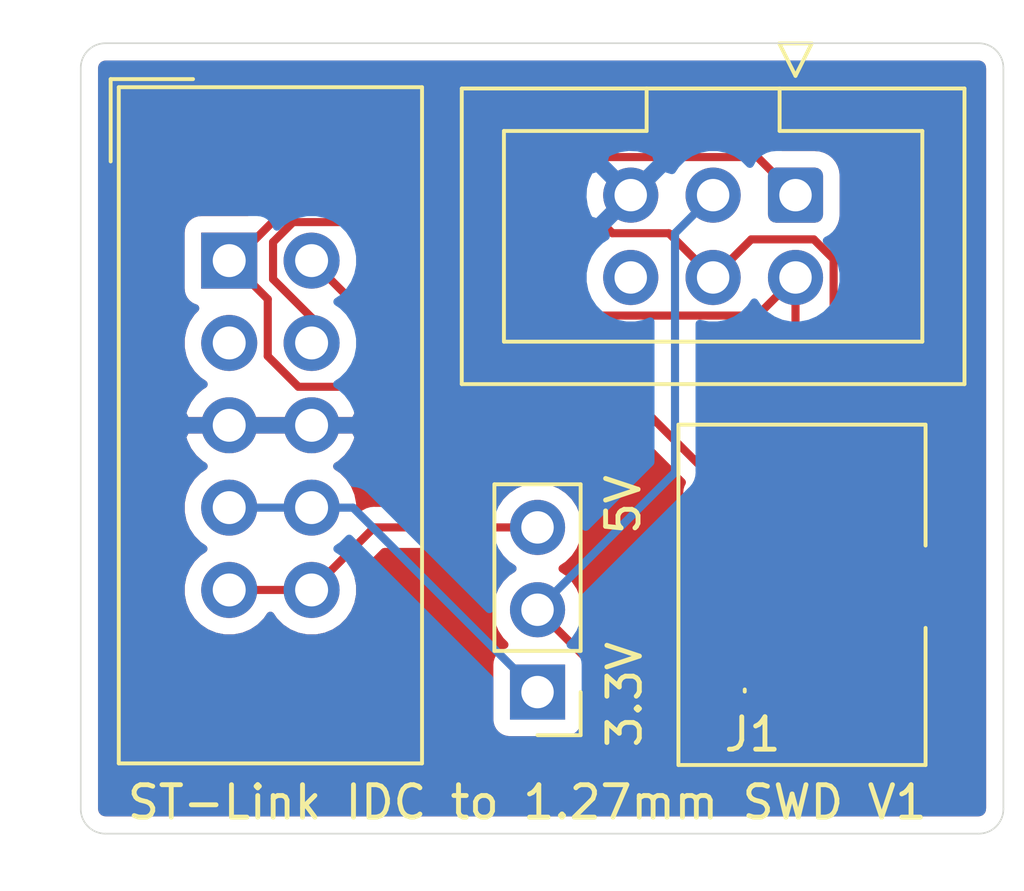
<source format=kicad_pcb>
(kicad_pcb (version 20171130) (host pcbnew "(5.1.6)-1")

  (general
    (thickness 1.6)
    (drawings 11)
    (tracks 45)
    (zones 0)
    (modules 4)
    (nets 13)
  )

  (page A4)
  (layers
    (0 F.Cu signal)
    (31 B.Cu signal)
    (32 B.Adhes user)
    (33 F.Adhes user)
    (34 B.Paste user)
    (35 F.Paste user)
    (36 B.SilkS user)
    (37 F.SilkS user)
    (38 B.Mask user)
    (39 F.Mask user)
    (40 Dwgs.User user hide)
    (41 Cmts.User user)
    (42 Eco1.User user)
    (43 Eco2.User user)
    (44 Edge.Cuts user)
    (45 Margin user)
    (46 B.CrtYd user)
    (47 F.CrtYd user)
    (48 B.Fab user)
    (49 F.Fab user hide)
  )

  (setup
    (last_trace_width 0.25)
    (trace_clearance 0.2)
    (zone_clearance 0.508)
    (zone_45_only no)
    (trace_min 0.2)
    (via_size 0.8)
    (via_drill 0.4)
    (via_min_size 0.4)
    (via_min_drill 0.3)
    (uvia_size 0.3)
    (uvia_drill 0.1)
    (uvias_allowed no)
    (uvia_min_size 0.2)
    (uvia_min_drill 0.1)
    (edge_width 0.05)
    (segment_width 0.2)
    (pcb_text_width 0.3)
    (pcb_text_size 1.5 1.5)
    (mod_edge_width 0.12)
    (mod_text_size 1 1)
    (mod_text_width 0.15)
    (pad_size 1.524 1.524)
    (pad_drill 0.762)
    (pad_to_mask_clearance 0.051)
    (solder_mask_min_width 0.25)
    (aux_axis_origin 0 0)
    (visible_elements 7FFFFFFF)
    (pcbplotparams
      (layerselection 0x010fc_ffffffff)
      (usegerberextensions false)
      (usegerberattributes false)
      (usegerberadvancedattributes false)
      (creategerberjobfile false)
      (excludeedgelayer true)
      (linewidth 0.100000)
      (plotframeref false)
      (viasonmask false)
      (mode 1)
      (useauxorigin false)
      (hpglpennumber 1)
      (hpglpenspeed 20)
      (hpglpendiameter 15.000000)
      (psnegative false)
      (psa4output false)
      (plotreference true)
      (plotvalue true)
      (plotinvisibletext false)
      (padsonsilk false)
      (subtractmaskfromsilk false)
      (outputformat 1)
      (mirror false)
      (drillshape 0)
      (scaleselection 1)
      (outputdirectory "Gerbers/"))
  )

  (net 0 "")
  (net 1 "Net-(J1-Pad6)")
  (net 2 "Net-(J1-Pad7)")
  (net 3 "Net-(J1-Pad8)")
  (net 4 VIN)
  (net 5 SWDIO)
  (net 6 GND)
  (net 7 SWCLK)
  (net 8 RESET)
  (net 9 +3V3)
  (net 10 +5V)
  (net 11 "Net-(J3-Pad3)")
  (net 12 "Net-(J4-Pad6)")

  (net_class Default "This is the default net class."
    (clearance 0.2)
    (trace_width 0.25)
    (via_dia 0.8)
    (via_drill 0.4)
    (uvia_dia 0.3)
    (uvia_drill 0.1)
    (add_net +3V3)
    (add_net +5V)
    (add_net GND)
    (add_net "Net-(J1-Pad6)")
    (add_net "Net-(J1-Pad7)")
    (add_net "Net-(J1-Pad8)")
    (add_net "Net-(J3-Pad3)")
    (add_net "Net-(J4-Pad6)")
    (add_net RESET)
    (add_net SWCLK)
    (add_net SWDIO)
    (add_net VIN)
  )

  (module UsefulModifications:JTAG_SWD_SMD (layer F.Cu) (tedit 60CD2119) (tstamp 6174A944)
    (at 143.65 74.17 180)
    (descr "surface-mounted straight pin header, 2x05, 1.27mm pitch, double rows")
    (tags "Surface mounted pin header SMD 2x05 1.27mm double row")
    (path /617455BF)
    (attr smd)
    (fp_text reference J1 (at 1.524 -4.55676) (layer F.SilkS)
      (effects (font (size 1 1) (thickness 0.15)))
    )
    (fp_text value Conn_ARM_JTAG_SWD_10 (at 0 4.235) (layer F.Fab)
      (effects (font (size 1 1) (thickness 0.15)))
    )
    (fp_line (start -3.81 -5.5) (end -3.81 -1.27) (layer F.SilkS) (width 0.12))
    (fp_line (start -3.81 5) (end -3.81 1.27) (layer F.SilkS) (width 0.12))
    (fp_line (start 3.81 -5.5) (end 3.81 5) (layer F.SilkS) (width 0.12))
    (fp_line (start 1.705 3.175) (end -1.705 3.175) (layer F.Fab) (width 0.1))
    (fp_line (start -1.27 -3.175) (end 1.705 -3.175) (layer F.Fab) (width 0.1))
    (fp_line (start -1.705 3.175) (end -1.705 -2.74) (layer F.Fab) (width 0.1))
    (fp_line (start -1.705 -2.74) (end -1.27 -3.175) (layer F.Fab) (width 0.1))
    (fp_line (start 1.705 -3.175) (end 1.705 3.175) (layer F.Fab) (width 0.1))
    (fp_line (start -1.705 -2.74) (end -2.75 -2.74) (layer F.Fab) (width 0.1))
    (fp_line (start -2.75 -2.74) (end -2.75 -2.34) (layer F.Fab) (width 0.1))
    (fp_line (start -2.75 -2.34) (end -1.705 -2.34) (layer F.Fab) (width 0.1))
    (fp_line (start 1.705 -2.74) (end 2.75 -2.74) (layer F.Fab) (width 0.1))
    (fp_line (start 2.75 -2.74) (end 2.75 -2.34) (layer F.Fab) (width 0.1))
    (fp_line (start 2.75 -2.34) (end 1.705 -2.34) (layer F.Fab) (width 0.1))
    (fp_line (start -1.705 -1.47) (end -2.75 -1.47) (layer F.Fab) (width 0.1))
    (fp_line (start -2.75 -1.47) (end -2.75 -1.07) (layer F.Fab) (width 0.1))
    (fp_line (start -2.75 -1.07) (end -1.705 -1.07) (layer F.Fab) (width 0.1))
    (fp_line (start 1.705 -1.47) (end 2.75 -1.47) (layer F.Fab) (width 0.1))
    (fp_line (start 2.75 -1.47) (end 2.75 -1.07) (layer F.Fab) (width 0.1))
    (fp_line (start 2.75 -1.07) (end 1.705 -1.07) (layer F.Fab) (width 0.1))
    (fp_line (start -1.705 -0.2) (end -2.75 -0.2) (layer F.Fab) (width 0.1))
    (fp_line (start -2.75 -0.2) (end -2.75 0.2) (layer F.Fab) (width 0.1))
    (fp_line (start -2.75 0.2) (end -1.705 0.2) (layer F.Fab) (width 0.1))
    (fp_line (start 1.705 -0.2) (end 2.75 -0.2) (layer F.Fab) (width 0.1))
    (fp_line (start 2.75 -0.2) (end 2.75 0.2) (layer F.Fab) (width 0.1))
    (fp_line (start 2.75 0.2) (end 1.705 0.2) (layer F.Fab) (width 0.1))
    (fp_line (start -1.705 1.07) (end -2.75 1.07) (layer F.Fab) (width 0.1))
    (fp_line (start -2.75 1.07) (end -2.75 1.47) (layer F.Fab) (width 0.1))
    (fp_line (start -2.75 1.47) (end -1.705 1.47) (layer F.Fab) (width 0.1))
    (fp_line (start 1.705 1.07) (end 2.75 1.07) (layer F.Fab) (width 0.1))
    (fp_line (start 2.75 1.07) (end 2.75 1.47) (layer F.Fab) (width 0.1))
    (fp_line (start 2.75 1.47) (end 1.705 1.47) (layer F.Fab) (width 0.1))
    (fp_line (start -1.705 2.34) (end -2.75 2.34) (layer F.Fab) (width 0.1))
    (fp_line (start -2.75 2.34) (end -2.75 2.74) (layer F.Fab) (width 0.1))
    (fp_line (start -2.75 2.74) (end -1.705 2.74) (layer F.Fab) (width 0.1))
    (fp_line (start 1.705 2.34) (end 2.75 2.34) (layer F.Fab) (width 0.1))
    (fp_line (start 2.75 2.34) (end 2.75 2.74) (layer F.Fab) (width 0.1))
    (fp_line (start 2.75 2.74) (end 1.705 2.74) (layer F.Fab) (width 0.1))
    (fp_line (start -3.81 -5.5) (end 3.81 -5.5) (layer F.SilkS) (width 0.12))
    (fp_line (start -3.81 5) (end 3.81 5) (layer F.SilkS) (width 0.12))
    (fp_line (start 1.765 -3.235) (end 1.765 -3.17) (layer F.SilkS) (width 0.12))
    (fp_line (start -4.3 -6) (end -4.3 5.5) (layer F.CrtYd) (width 0.05))
    (fp_line (start -4.3 5.5) (end 4.3 5.5) (layer F.CrtYd) (width 0.05))
    (fp_line (start 4.3 5.5) (end 4.3 -6) (layer F.CrtYd) (width 0.05))
    (fp_line (start 4.3 -6) (end -4.3 -6) (layer F.CrtYd) (width 0.05))
    (fp_text user %R (at 0 0 90) (layer F.Fab)
      (effects (font (size 1 1) (thickness 0.15)))
    )
    (pad 1 smd rect (at -1.95 -2.54 180) (size 2.4 0.74) (layers F.Cu F.Paste F.Mask)
      (net 4 VIN))
    (pad 2 smd rect (at 1.95 -2.54 180) (size 2.4 0.74) (layers F.Cu F.Paste F.Mask)
      (net 5 SWDIO))
    (pad 3 smd rect (at -1.95 -1.27 180) (size 2.4 0.74) (layers F.Cu F.Paste F.Mask)
      (net 6 GND))
    (pad 4 smd rect (at 1.95 -1.27 180) (size 2.4 0.74) (layers F.Cu F.Paste F.Mask)
      (net 7 SWCLK))
    (pad 5 smd rect (at -1.95 0 180) (size 2.4 0.74) (layers F.Cu F.Paste F.Mask)
      (net 6 GND))
    (pad 6 smd rect (at 1.95 0 180) (size 2.4 0.74) (layers F.Cu F.Paste F.Mask)
      (net 1 "Net-(J1-Pad6)"))
    (pad 7 smd rect (at -1.95 1.27 180) (size 2.4 0.74) (layers F.Cu F.Paste F.Mask)
      (net 2 "Net-(J1-Pad7)"))
    (pad 8 smd rect (at 1.95 1.27 180) (size 2.4 0.74) (layers F.Cu F.Paste F.Mask)
      (net 3 "Net-(J1-Pad8)"))
    (pad 9 smd rect (at -1.95 2.54 180) (size 2.4 0.74) (layers F.Cu F.Paste F.Mask)
      (net 6 GND))
    (pad 10 smd rect (at 1.95 2.54 180) (size 2.4 0.74) (layers F.Cu F.Paste F.Mask)
      (net 8 RESET))
    (model ${KISYS3DMOD}/Connector_PinHeader_1.27mm.3dshapes/PinHeader_2x05_P1.27mm_Vertical_SMD.wrl
      (at (xyz 0 0 0))
      (scale (xyz 1 1 1))
      (rotate (xyz 0 0 0))
    )
  )

  (module Connector_PinHeader_2.54mm:PinHeader_1x03_P2.54mm_Vertical (layer F.Cu) (tedit 59FED5CC) (tstamp 61976713)
    (at 135.4959 77.4204 180)
    (descr "Through hole straight pin header, 1x03, 2.54mm pitch, single row")
    (tags "Through hole pin header THT 1x03 2.54mm single row")
    (path /6174C88A)
    (fp_text reference J2 (at 2.9972 3.9116) (layer Dwgs.User)
      (effects (font (size 1 1) (thickness 0.15)))
    )
    (fp_text value Conn_01x03_Female (at 0 7.41) (layer F.Fab)
      (effects (font (size 1 1) (thickness 0.15)))
    )
    (fp_line (start 1.8 -1.8) (end -1.8 -1.8) (layer F.CrtYd) (width 0.05))
    (fp_line (start 1.8 6.85) (end 1.8 -1.8) (layer F.CrtYd) (width 0.05))
    (fp_line (start -1.8 6.85) (end 1.8 6.85) (layer F.CrtYd) (width 0.05))
    (fp_line (start -1.8 -1.8) (end -1.8 6.85) (layer F.CrtYd) (width 0.05))
    (fp_line (start -1.33 -1.33) (end 0 -1.33) (layer F.SilkS) (width 0.12))
    (fp_line (start -1.33 0) (end -1.33 -1.33) (layer F.SilkS) (width 0.12))
    (fp_line (start -1.33 1.27) (end 1.33 1.27) (layer F.SilkS) (width 0.12))
    (fp_line (start 1.33 1.27) (end 1.33 6.41) (layer F.SilkS) (width 0.12))
    (fp_line (start -1.33 1.27) (end -1.33 6.41) (layer F.SilkS) (width 0.12))
    (fp_line (start -1.33 6.41) (end 1.33 6.41) (layer F.SilkS) (width 0.12))
    (fp_line (start -1.27 -0.635) (end -0.635 -1.27) (layer F.Fab) (width 0.1))
    (fp_line (start -1.27 6.35) (end -1.27 -0.635) (layer F.Fab) (width 0.1))
    (fp_line (start 1.27 6.35) (end -1.27 6.35) (layer F.Fab) (width 0.1))
    (fp_line (start 1.27 -1.27) (end 1.27 6.35) (layer F.Fab) (width 0.1))
    (fp_line (start -0.635 -1.27) (end 1.27 -1.27) (layer F.Fab) (width 0.1))
    (fp_text user %R (at 0 2.54 90) (layer F.Fab)
      (effects (font (size 1 1) (thickness 0.15)))
    )
    (pad 1 thru_hole rect (at 0 0 180) (size 1.7 1.7) (drill 1) (layers *.Cu *.Mask)
      (net 9 +3V3))
    (pad 2 thru_hole oval (at 0 2.54 180) (size 1.7 1.7) (drill 1) (layers *.Cu *.Mask)
      (net 4 VIN))
    (pad 3 thru_hole oval (at 0 5.08 180) (size 1.7 1.7) (drill 1) (layers *.Cu *.Mask)
      (net 10 +5V))
    (model ${KISYS3DMOD}/Connector_PinHeader_2.54mm.3dshapes/PinHeader_1x03_P2.54mm_Vertical.wrl
      (at (xyz 0 0 0))
      (scale (xyz 1 1 1))
      (rotate (xyz 0 0 0))
    )
  )

  (module Connector_IDC:IDC-Header_2x05_P2.54mm_Vertical (layer F.Cu) (tedit 59DE0611) (tstamp 6174A3F5)
    (at 125.99 64.11)
    (descr "Through hole straight IDC box header, 2x05, 2.54mm pitch, double rows")
    (tags "Through hole IDC box header THT 2x05 2.54mm double row")
    (path /61748579)
    (fp_text reference J3 (at 3.6068 -2.794) (layer Dwgs.User)
      (effects (font (size 1 1) (thickness 0.15)))
    )
    (fp_text value ST-Link_IDC (at 1.27 16.764) (layer F.Fab)
      (effects (font (size 1 1) (thickness 0.15)))
    )
    (fp_line (start -3.655 -5.6) (end -1.115 -5.6) (layer F.SilkS) (width 0.12))
    (fp_line (start -3.655 -5.6) (end -3.655 -3.06) (layer F.SilkS) (width 0.12))
    (fp_line (start -3.405 -5.35) (end 5.945 -5.35) (layer F.SilkS) (width 0.12))
    (fp_line (start -3.405 15.51) (end -3.405 -5.35) (layer F.SilkS) (width 0.12))
    (fp_line (start 5.945 15.51) (end -3.405 15.51) (layer F.SilkS) (width 0.12))
    (fp_line (start 5.945 -5.35) (end 5.945 15.51) (layer F.SilkS) (width 0.12))
    (fp_line (start -3.41 -5.35) (end 5.95 -5.35) (layer F.CrtYd) (width 0.05))
    (fp_line (start -3.41 15.51) (end -3.41 -5.35) (layer F.CrtYd) (width 0.05))
    (fp_line (start 5.95 15.51) (end -3.41 15.51) (layer F.CrtYd) (width 0.05))
    (fp_line (start 5.95 -5.35) (end 5.95 15.51) (layer F.CrtYd) (width 0.05))
    (fp_line (start -3.155 15.26) (end -2.605 14.7) (layer F.Fab) (width 0.1))
    (fp_line (start -3.155 -5.1) (end -2.605 -4.56) (layer F.Fab) (width 0.1))
    (fp_line (start 5.695 15.26) (end 5.145 14.7) (layer F.Fab) (width 0.1))
    (fp_line (start 5.695 -5.1) (end 5.145 -4.56) (layer F.Fab) (width 0.1))
    (fp_line (start 5.145 14.7) (end -2.605 14.7) (layer F.Fab) (width 0.1))
    (fp_line (start 5.695 15.26) (end -3.155 15.26) (layer F.Fab) (width 0.1))
    (fp_line (start 5.145 -4.56) (end -2.605 -4.56) (layer F.Fab) (width 0.1))
    (fp_line (start 5.695 -5.1) (end -3.155 -5.1) (layer F.Fab) (width 0.1))
    (fp_line (start -2.605 7.33) (end -3.155 7.33) (layer F.Fab) (width 0.1))
    (fp_line (start -2.605 2.83) (end -3.155 2.83) (layer F.Fab) (width 0.1))
    (fp_line (start -2.605 7.33) (end -2.605 14.7) (layer F.Fab) (width 0.1))
    (fp_line (start -2.605 -4.56) (end -2.605 2.83) (layer F.Fab) (width 0.1))
    (fp_line (start -3.155 -5.1) (end -3.155 15.26) (layer F.Fab) (width 0.1))
    (fp_line (start 5.145 -4.56) (end 5.145 14.7) (layer F.Fab) (width 0.1))
    (fp_line (start 5.695 -5.1) (end 5.695 15.26) (layer F.Fab) (width 0.1))
    (fp_text user %R (at 1.27 5.08) (layer F.Fab)
      (effects (font (size 1 1) (thickness 0.15)))
    )
    (pad 1 thru_hole rect (at 0 0) (size 1.7272 1.7272) (drill 1.016) (layers *.Cu *.Mask)
      (net 8 RESET))
    (pad 2 thru_hole oval (at 2.54 0) (size 1.7272 1.7272) (drill 1.016) (layers *.Cu *.Mask)
      (net 7 SWCLK))
    (pad 3 thru_hole oval (at 0 2.54) (size 1.7272 1.7272) (drill 1.016) (layers *.Cu *.Mask)
      (net 11 "Net-(J3-Pad3)"))
    (pad 4 thru_hole oval (at 2.54 2.54) (size 1.7272 1.7272) (drill 1.016) (layers *.Cu *.Mask)
      (net 5 SWDIO))
    (pad 5 thru_hole oval (at 0 5.08) (size 1.7272 1.7272) (drill 1.016) (layers *.Cu *.Mask)
      (net 6 GND))
    (pad 6 thru_hole oval (at 2.54 5.08) (size 1.7272 1.7272) (drill 1.016) (layers *.Cu *.Mask)
      (net 6 GND))
    (pad 7 thru_hole oval (at 0 7.62) (size 1.7272 1.7272) (drill 1.016) (layers *.Cu *.Mask)
      (net 9 +3V3))
    (pad 8 thru_hole oval (at 2.54 7.62) (size 1.7272 1.7272) (drill 1.016) (layers *.Cu *.Mask)
      (net 9 +3V3))
    (pad 9 thru_hole oval (at 0 10.16) (size 1.7272 1.7272) (drill 1.016) (layers *.Cu *.Mask)
      (net 10 +5V))
    (pad 10 thru_hole oval (at 2.54 10.16) (size 1.7272 1.7272) (drill 1.016) (layers *.Cu *.Mask)
      (net 10 +5V))
    (model ${KISYS3DMOD}/Connector_IDC.3dshapes/IDC-Header_2x05_P2.54mm_Vertical.wrl
      (at (xyz 0 0 0))
      (scale (xyz 1 1 1))
      (rotate (xyz 0 0 0))
    )
  )

  (module Connector_IDC:IDC-Header_2x03_P2.54mm_Vertical (layer F.Cu) (tedit 5EAC9A07) (tstamp 619765FD)
    (at 143.45 62.09 270)
    (descr "Through hole IDC box header, 2x03, 2.54mm pitch, DIN 41651 / IEC 60603-13, double rows, https://docs.google.com/spreadsheets/d/16SsEcesNF15N3Lb4niX7dcUr-NY5_MFPQhobNuNppn4/edit#gid=0")
    (tags "Through hole vertical IDC box header THT 2x03 2.54mm double row")
    (path /61972078)
    (fp_text reference J4 (at 1.27 -6.1 90) (layer Dwgs.User)
      (effects (font (size 1 1) (thickness 0.15)))
    )
    (fp_text value Conn_02x03_Odd_Even (at 1.27 11.18 90) (layer F.Fab)
      (effects (font (size 1 1) (thickness 0.15)))
    )
    (fp_line (start 6.22 -5.6) (end -3.68 -5.6) (layer F.CrtYd) (width 0.05))
    (fp_line (start 6.22 10.69) (end 6.22 -5.6) (layer F.CrtYd) (width 0.05))
    (fp_line (start -3.68 10.69) (end 6.22 10.69) (layer F.CrtYd) (width 0.05))
    (fp_line (start -3.68 -5.6) (end -3.68 10.69) (layer F.CrtYd) (width 0.05))
    (fp_line (start -4.68 0.5) (end -3.68 0) (layer F.SilkS) (width 0.12))
    (fp_line (start -4.68 -0.5) (end -4.68 0.5) (layer F.SilkS) (width 0.12))
    (fp_line (start -3.68 0) (end -4.68 -0.5) (layer F.SilkS) (width 0.12))
    (fp_line (start -1.98 4.59) (end -3.29 4.59) (layer F.SilkS) (width 0.12))
    (fp_line (start -1.98 4.59) (end -1.98 4.59) (layer F.SilkS) (width 0.12))
    (fp_line (start -1.98 8.99) (end -1.98 4.59) (layer F.SilkS) (width 0.12))
    (fp_line (start 4.52 8.99) (end -1.98 8.99) (layer F.SilkS) (width 0.12))
    (fp_line (start 4.52 -3.91) (end 4.52 8.99) (layer F.SilkS) (width 0.12))
    (fp_line (start -1.98 -3.91) (end 4.52 -3.91) (layer F.SilkS) (width 0.12))
    (fp_line (start -1.98 0.49) (end -1.98 -3.91) (layer F.SilkS) (width 0.12))
    (fp_line (start -3.29 0.49) (end -1.98 0.49) (layer F.SilkS) (width 0.12))
    (fp_line (start -3.29 10.29) (end -3.29 -5.21) (layer F.SilkS) (width 0.12))
    (fp_line (start 5.83 10.29) (end -3.29 10.29) (layer F.SilkS) (width 0.12))
    (fp_line (start 5.83 -5.21) (end 5.83 10.29) (layer F.SilkS) (width 0.12))
    (fp_line (start -3.29 -5.21) (end 5.83 -5.21) (layer F.SilkS) (width 0.12))
    (fp_line (start -1.98 4.59) (end -3.18 4.59) (layer F.Fab) (width 0.1))
    (fp_line (start -1.98 4.59) (end -1.98 4.59) (layer F.Fab) (width 0.1))
    (fp_line (start -1.98 8.99) (end -1.98 4.59) (layer F.Fab) (width 0.1))
    (fp_line (start 4.52 8.99) (end -1.98 8.99) (layer F.Fab) (width 0.1))
    (fp_line (start 4.52 -3.91) (end 4.52 8.99) (layer F.Fab) (width 0.1))
    (fp_line (start -1.98 -3.91) (end 4.52 -3.91) (layer F.Fab) (width 0.1))
    (fp_line (start -1.98 0.49) (end -1.98 -3.91) (layer F.Fab) (width 0.1))
    (fp_line (start -3.18 0.49) (end -1.98 0.49) (layer F.Fab) (width 0.1))
    (fp_line (start -3.18 10.18) (end -3.18 -4.1) (layer F.Fab) (width 0.1))
    (fp_line (start 5.72 10.18) (end -3.18 10.18) (layer F.Fab) (width 0.1))
    (fp_line (start 5.72 -5.1) (end 5.72 10.18) (layer F.Fab) (width 0.1))
    (fp_line (start -2.18 -5.1) (end 5.72 -5.1) (layer F.Fab) (width 0.1))
    (fp_line (start -3.18 -4.1) (end -2.18 -5.1) (layer F.Fab) (width 0.1))
    (fp_text user %R (at 1.27 2.54) (layer F.Fab)
      (effects (font (size 1 1) (thickness 0.15)))
    )
    (pad 1 thru_hole roundrect (at 0 0 270) (size 1.7 1.7) (drill 1) (layers *.Cu *.Mask) (roundrect_rratio 0.147059)
      (net 8 RESET))
    (pad 3 thru_hole circle (at 0 2.54 270) (size 1.7 1.7) (drill 1) (layers *.Cu *.Mask)
      (net 4 VIN))
    (pad 5 thru_hole circle (at 0 5.08 270) (size 1.7 1.7) (drill 1) (layers *.Cu *.Mask)
      (net 6 GND))
    (pad 2 thru_hole circle (at 2.54 0 270) (size 1.7 1.7) (drill 1) (layers *.Cu *.Mask)
      (net 7 SWCLK))
    (pad 4 thru_hole circle (at 2.54 2.54 270) (size 1.7 1.7) (drill 1) (layers *.Cu *.Mask)
      (net 5 SWDIO))
    (pad 6 thru_hole circle (at 2.54 5.08 270) (size 1.7 1.7) (drill 1) (layers *.Cu *.Mask)
      (net 12 "Net-(J4-Pad6)"))
    (model ${KISYS3DMOD}/Connector_IDC.3dshapes/IDC-Header_2x03_P2.54mm_Vertical.wrl
      (at (xyz 0 0 0))
      (scale (xyz 1 1 1))
      (rotate (xyz 0 0 0))
    )
  )

  (gr_arc (start 122.174 81.026) (end 121.412 81.026) (angle -90) (layer Edge.Cuts) (width 0.05))
  (gr_arc (start 149.098 81.026) (end 149.098 81.788) (angle -90) (layer Edge.Cuts) (width 0.05))
  (gr_arc (start 149.098 58.166) (end 149.86 58.166) (angle -90) (layer Edge.Cuts) (width 0.05))
  (gr_arc (start 122.174 58.166) (end 122.174 57.404) (angle -90) (layer Edge.Cuts) (width 0.05))
  (gr_text "ST-Link IDC to 1.27mm SWD V1" (at 135.1788 80.8228) (layer F.SilkS)
    (effects (font (size 1 1) (thickness 0.15)))
  )
  (gr_text 3.3V (at 138.18 77.5 90) (layer F.SilkS) (tstamp 61976742)
    (effects (font (size 1 1) (thickness 0.15)))
  )
  (gr_text 5V (at 138.14 71.64 90) (layer F.SilkS) (tstamp 61976745)
    (effects (font (size 1 1) (thickness 0.15)))
  )
  (gr_line (start 121.412 81.026) (end 121.412 58.166) (layer Edge.Cuts) (width 0.05) (tstamp 6174A6EB))
  (gr_line (start 149.098 81.788) (end 122.174 81.788) (layer Edge.Cuts) (width 0.05))
  (gr_line (start 149.86 58.166) (end 149.86 81.026) (layer Edge.Cuts) (width 0.05))
  (gr_line (start 122.174 57.404) (end 149.098 57.404) (layer Edge.Cuts) (width 0.05))

  (segment (start 144.904999 77.405001) (end 145.6 76.71) (width 0.25) (layer F.Cu) (net 4))
  (segment (start 138.020501 77.405001) (end 144.904999 77.405001) (width 0.25) (layer F.Cu) (net 4))
  (segment (start 135.4959 74.8804) (end 138.020501 77.405001) (width 0.25) (layer F.Cu) (net 4))
  (segment (start 139.734999 70.641301) (end 139.734999 63.265001) (width 0.25) (layer B.Cu) (net 4))
  (segment (start 139.734999 63.265001) (end 140.91 62.09) (width 0.25) (layer B.Cu) (net 4))
  (segment (start 135.4959 74.8804) (end 139.734999 70.641301) (width 0.25) (layer B.Cu) (net 4))
  (segment (start 139.545001 63.265001) (end 140.91 64.63) (width 0.25) (layer F.Cu) (net 5))
  (segment (start 137.805999 63.265001) (end 139.545001 63.265001) (width 0.25) (layer F.Cu) (net 5))
  (segment (start 127.959471 62.921399) (end 137.462397 62.921399) (width 0.25) (layer F.Cu) (net 5))
  (segment (start 137.462397 62.921399) (end 137.805999 63.265001) (width 0.25) (layer F.Cu) (net 5))
  (segment (start 127.341399 63.539471) (end 127.959471 62.921399) (width 0.25) (layer F.Cu) (net 5))
  (segment (start 127.341399 64.680529) (end 127.341399 63.539471) (width 0.25) (layer F.Cu) (net 5))
  (segment (start 128.53 65.86913) (end 127.341399 64.680529) (width 0.25) (layer F.Cu) (net 5))
  (segment (start 128.53 66.65) (end 128.53 65.86913) (width 0.25) (layer F.Cu) (net 5))
  (segment (start 144.625001 64.065999) (end 144.625001 69.784999) (width 0.25) (layer F.Cu) (net 5))
  (segment (start 144.014001 63.454999) (end 144.625001 64.065999) (width 0.25) (layer F.Cu) (net 5))
  (segment (start 140.91 64.63) (end 142.085001 63.454999) (width 0.25) (layer F.Cu) (net 5))
  (segment (start 142.085001 63.454999) (end 144.014001 63.454999) (width 0.25) (layer F.Cu) (net 5))
  (segment (start 143.675012 76.184988) (end 143.15 76.71) (width 0.25) (layer F.Cu) (net 5))
  (segment (start 143.675012 70.734988) (end 143.675012 76.184988) (width 0.25) (layer F.Cu) (net 5))
  (segment (start 143.15 76.71) (end 141.7 76.71) (width 0.25) (layer F.Cu) (net 5))
  (segment (start 144.625001 69.784999) (end 143.675012 70.734988) (width 0.25) (layer F.Cu) (net 5))
  (segment (start 142.274999 65.805001) (end 143.45 64.63) (width 0.25) (layer F.Cu) (net 7))
  (segment (start 130.225001 65.805001) (end 142.274999 65.805001) (width 0.25) (layer F.Cu) (net 7))
  (segment (start 128.53 64.11) (end 130.225001 65.805001) (width 0.25) (layer F.Cu) (net 7))
  (segment (start 143.225001 70.548588) (end 143.225001 75.364999) (width 0.25) (layer F.Cu) (net 7))
  (segment (start 143.45 70.323589) (end 143.225001 70.548588) (width 0.25) (layer F.Cu) (net 7))
  (segment (start 143.225001 75.364999) (end 143.15 75.44) (width 0.25) (layer F.Cu) (net 7))
  (segment (start 143.45 64.63) (end 143.45 70.323589) (width 0.25) (layer F.Cu) (net 7))
  (segment (start 143.15 75.44) (end 141.7 75.44) (width 0.25) (layer F.Cu) (net 7))
  (segment (start 128.122269 68.001399) (end 138.071399 68.001399) (width 0.25) (layer F.Cu) (net 8))
  (segment (start 127.178601 67.057731) (end 128.122269 68.001399) (width 0.25) (layer F.Cu) (net 8))
  (segment (start 127.178601 65.298601) (end 127.178601 67.057731) (width 0.25) (layer F.Cu) (net 8))
  (segment (start 138.071399 68.001399) (end 141.7 71.63) (width 0.25) (layer F.Cu) (net 8))
  (segment (start 125.99 64.11) (end 127.178601 65.298601) (width 0.25) (layer F.Cu) (net 8))
  (segment (start 142.274999 60.914999) (end 143.45 62.09) (width 0.25) (layer F.Cu) (net 8))
  (segment (start 129.32946 60.914999) (end 142.274999 60.914999) (width 0.25) (layer F.Cu) (net 8))
  (segment (start 126.134459 64.11) (end 129.32946 60.914999) (width 0.25) (layer F.Cu) (net 8))
  (segment (start 125.99 64.11) (end 126.134459 64.11) (width 0.25) (layer F.Cu) (net 8))
  (segment (start 125.99 71.73) (end 128.53 71.73) (width 0.25) (layer B.Cu) (net 9))
  (segment (start 129.8055 71.73) (end 135.4959 77.4204) (width 0.25) (layer B.Cu) (net 9))
  (segment (start 128.53 71.73) (end 129.8055 71.73) (width 0.25) (layer B.Cu) (net 9))
  (segment (start 125.99 74.27) (end 128.53 74.27) (width 0.25) (layer F.Cu) (net 10))
  (segment (start 130.4596 72.3404) (end 128.53 74.27) (width 0.25) (layer F.Cu) (net 10))
  (segment (start 135.4959 72.3404) (end 130.4596 72.3404) (width 0.25) (layer F.Cu) (net 10))

  (zone (net 6) (net_name GND) (layer B.Cu) (tstamp 61976ABA) (hatch edge 0.508)
    (connect_pads (clearance 0.508))
    (min_thickness 0.254)
    (fill yes (arc_segments 32) (thermal_gap 0.508) (thermal_bridge_width 0.508))
    (polygon
      (pts
        (xy 150.4188 83.0072) (xy 118.9228 83.0072) (xy 118.9736 56.134) (xy 150.4188 56.134)
      )
    )
    (filled_polygon
      (pts
        (xy 149.117197 58.069047) (xy 149.135662 58.074622) (xy 149.152694 58.083678) (xy 149.167643 58.09587) (xy 149.179938 58.110732)
        (xy 149.189111 58.127696) (xy 149.194817 58.146129) (xy 149.2 58.195446) (xy 149.200001 80.993712) (xy 149.194953 81.045195)
        (xy 149.189377 81.063663) (xy 149.180322 81.080693) (xy 149.168129 81.095643) (xy 149.153266 81.107939) (xy 149.136303 81.117111)
        (xy 149.117871 81.122817) (xy 149.068554 81.128) (xy 122.206277 81.128) (xy 122.154805 81.122953) (xy 122.136337 81.117377)
        (xy 122.119307 81.108322) (xy 122.104357 81.096129) (xy 122.092061 81.081266) (xy 122.082889 81.064303) (xy 122.077183 81.045871)
        (xy 122.072 80.996554) (xy 122.072 71.582401) (xy 124.4914 71.582401) (xy 124.4914 71.877599) (xy 124.54899 72.167125)
        (xy 124.661958 72.439853) (xy 124.825961 72.685302) (xy 125.034698 72.894039) (xy 125.193281 73) (xy 125.034698 73.105961)
        (xy 124.825961 73.314698) (xy 124.661958 73.560147) (xy 124.54899 73.832875) (xy 124.4914 74.122401) (xy 124.4914 74.417599)
        (xy 124.54899 74.707125) (xy 124.661958 74.979853) (xy 124.825961 75.225302) (xy 125.034698 75.434039) (xy 125.280147 75.598042)
        (xy 125.552875 75.71101) (xy 125.842401 75.7686) (xy 126.137599 75.7686) (xy 126.427125 75.71101) (xy 126.699853 75.598042)
        (xy 126.945302 75.434039) (xy 127.154039 75.225302) (xy 127.26 75.066719) (xy 127.365961 75.225302) (xy 127.574698 75.434039)
        (xy 127.820147 75.598042) (xy 128.092875 75.71101) (xy 128.382401 75.7686) (xy 128.677599 75.7686) (xy 128.967125 75.71101)
        (xy 129.239853 75.598042) (xy 129.485302 75.434039) (xy 129.694039 75.225302) (xy 129.858042 74.979853) (xy 129.97101 74.707125)
        (xy 130.0286 74.417599) (xy 130.0286 74.122401) (xy 129.97101 73.832875) (xy 129.858042 73.560147) (xy 129.694039 73.314698)
        (xy 129.485302 73.105961) (xy 129.326719 73) (xy 129.485302 72.894039) (xy 129.69002 72.689321) (xy 134.007828 77.00713)
        (xy 134.007828 78.2704) (xy 134.020088 78.394882) (xy 134.056398 78.51458) (xy 134.115363 78.624894) (xy 134.194715 78.721585)
        (xy 134.291406 78.800937) (xy 134.40172 78.859902) (xy 134.521418 78.896212) (xy 134.6459 78.908472) (xy 136.3459 78.908472)
        (xy 136.470382 78.896212) (xy 136.59008 78.859902) (xy 136.700394 78.800937) (xy 136.797085 78.721585) (xy 136.876437 78.624894)
        (xy 136.935402 78.51458) (xy 136.971712 78.394882) (xy 136.983972 78.2704) (xy 136.983972 76.5704) (xy 136.971712 76.445918)
        (xy 136.935402 76.32622) (xy 136.876437 76.215906) (xy 136.797085 76.119215) (xy 136.700394 76.039863) (xy 136.59008 75.980898)
        (xy 136.51752 75.958887) (xy 136.649375 75.827032) (xy 136.81189 75.583811) (xy 136.923832 75.313558) (xy 136.9809 75.02666)
        (xy 136.9809 74.73414) (xy 136.937109 74.513992) (xy 140.246003 71.205099) (xy 140.275 71.181302) (xy 140.369973 71.065577)
        (xy 140.440545 70.933548) (xy 140.484002 70.790287) (xy 140.494999 70.678634) (xy 140.494999 70.678625) (xy 140.498675 70.641302)
        (xy 140.494999 70.603979) (xy 140.494999 66.061544) (xy 140.76374 66.115) (xy 141.05626 66.115) (xy 141.343158 66.057932)
        (xy 141.613411 65.94599) (xy 141.856632 65.783475) (xy 142.063475 65.576632) (xy 142.18 65.40224) (xy 142.296525 65.576632)
        (xy 142.503368 65.783475) (xy 142.746589 65.94599) (xy 143.016842 66.057932) (xy 143.30374 66.115) (xy 143.59626 66.115)
        (xy 143.883158 66.057932) (xy 144.153411 65.94599) (xy 144.396632 65.783475) (xy 144.603475 65.576632) (xy 144.76599 65.333411)
        (xy 144.877932 65.063158) (xy 144.935 64.77626) (xy 144.935 64.48374) (xy 144.877932 64.196842) (xy 144.76599 63.926589)
        (xy 144.603475 63.683368) (xy 144.416392 63.496285) (xy 144.543386 63.428405) (xy 144.677962 63.317962) (xy 144.788405 63.183386)
        (xy 144.870472 63.02985) (xy 144.921008 62.863254) (xy 144.938072 62.69) (xy 144.938072 61.49) (xy 144.921008 61.316746)
        (xy 144.870472 61.15015) (xy 144.788405 60.996614) (xy 144.677962 60.862038) (xy 144.543386 60.751595) (xy 144.38985 60.669528)
        (xy 144.223254 60.618992) (xy 144.05 60.601928) (xy 142.85 60.601928) (xy 142.676746 60.618992) (xy 142.51015 60.669528)
        (xy 142.356614 60.751595) (xy 142.222038 60.862038) (xy 142.111595 60.996614) (xy 142.043715 61.123608) (xy 141.856632 60.936525)
        (xy 141.613411 60.77401) (xy 141.343158 60.662068) (xy 141.05626 60.605) (xy 140.76374 60.605) (xy 140.476842 60.662068)
        (xy 140.206589 60.77401) (xy 139.963368 60.936525) (xy 139.756525 61.143368) (xy 139.640689 61.316729) (xy 139.398397 61.241208)
        (xy 138.549605 62.09) (xy 138.563748 62.104143) (xy 138.384143 62.283748) (xy 138.37 62.269605) (xy 137.521208 63.118397)
        (xy 137.596729 63.360689) (xy 137.423368 63.476525) (xy 137.216525 63.683368) (xy 137.05401 63.926589) (xy 136.942068 64.196842)
        (xy 136.885 64.48374) (xy 136.885 64.77626) (xy 136.942068 65.063158) (xy 137.05401 65.333411) (xy 137.216525 65.576632)
        (xy 137.423368 65.783475) (xy 137.666589 65.94599) (xy 137.936842 66.057932) (xy 138.22374 66.115) (xy 138.51626 66.115)
        (xy 138.803158 66.057932) (xy 138.975 65.986753) (xy 138.974999 70.326499) (xy 136.9809 72.320599) (xy 136.9809 72.19414)
        (xy 136.923832 71.907242) (xy 136.81189 71.636989) (xy 136.649375 71.393768) (xy 136.442532 71.186925) (xy 136.199311 71.02441)
        (xy 135.929058 70.912468) (xy 135.64216 70.8554) (xy 135.34964 70.8554) (xy 135.062742 70.912468) (xy 134.792489 71.02441)
        (xy 134.549268 71.186925) (xy 134.342425 71.393768) (xy 134.17991 71.636989) (xy 134.067968 71.907242) (xy 134.0109 72.19414)
        (xy 134.0109 72.48666) (xy 134.067968 72.773558) (xy 134.17991 73.043811) (xy 134.342425 73.287032) (xy 134.549268 73.493875)
        (xy 134.72366 73.6104) (xy 134.549268 73.726925) (xy 134.342425 73.933768) (xy 134.17991 74.176989) (xy 134.067968 74.447242)
        (xy 134.0109 74.73414) (xy 134.0109 74.860598) (xy 130.369304 71.219003) (xy 130.345501 71.189999) (xy 130.229776 71.095026)
        (xy 130.097747 71.024454) (xy 129.954486 70.980997) (xy 129.842833 70.97) (xy 129.842822 70.97) (xy 129.823247 70.968072)
        (xy 129.694039 70.774698) (xy 129.485302 70.565961) (xy 129.319897 70.455441) (xy 129.418488 70.396817) (xy 129.636854 70.200293)
        (xy 129.812684 69.964944) (xy 129.939222 69.699814) (xy 129.984958 69.549026) (xy 129.863817 69.317) (xy 128.657 69.317)
        (xy 128.657 69.337) (xy 128.403 69.337) (xy 128.403 69.317) (xy 126.117 69.317) (xy 126.117 69.337)
        (xy 125.863 69.337) (xy 125.863 69.317) (xy 124.656183 69.317) (xy 124.535042 69.549026) (xy 124.580778 69.699814)
        (xy 124.707316 69.964944) (xy 124.883146 70.200293) (xy 125.101512 70.396817) (xy 125.200103 70.455441) (xy 125.034698 70.565961)
        (xy 124.825961 70.774698) (xy 124.661958 71.020147) (xy 124.54899 71.292875) (xy 124.4914 71.582401) (xy 122.072 71.582401)
        (xy 122.072 63.2464) (xy 124.488328 63.2464) (xy 124.488328 64.9736) (xy 124.500588 65.098082) (xy 124.536898 65.21778)
        (xy 124.595863 65.328094) (xy 124.675215 65.424785) (xy 124.771906 65.504137) (xy 124.88222 65.563102) (xy 124.940023 65.580636)
        (xy 124.825961 65.694698) (xy 124.661958 65.940147) (xy 124.54899 66.212875) (xy 124.4914 66.502401) (xy 124.4914 66.797599)
        (xy 124.54899 67.087125) (xy 124.661958 67.359853) (xy 124.825961 67.605302) (xy 125.034698 67.814039) (xy 125.200103 67.924559)
        (xy 125.101512 67.983183) (xy 124.883146 68.179707) (xy 124.707316 68.415056) (xy 124.580778 68.680186) (xy 124.535042 68.830974)
        (xy 124.656183 69.063) (xy 125.863 69.063) (xy 125.863 69.043) (xy 126.117 69.043) (xy 126.117 69.063)
        (xy 128.403 69.063) (xy 128.403 69.043) (xy 128.657 69.043) (xy 128.657 69.063) (xy 129.863817 69.063)
        (xy 129.984958 68.830974) (xy 129.939222 68.680186) (xy 129.812684 68.415056) (xy 129.636854 68.179707) (xy 129.418488 67.983183)
        (xy 129.319897 67.924559) (xy 129.485302 67.814039) (xy 129.694039 67.605302) (xy 129.858042 67.359853) (xy 129.97101 67.087125)
        (xy 130.0286 66.797599) (xy 130.0286 66.502401) (xy 129.97101 66.212875) (xy 129.858042 65.940147) (xy 129.694039 65.694698)
        (xy 129.485302 65.485961) (xy 129.326719 65.38) (xy 129.485302 65.274039) (xy 129.694039 65.065302) (xy 129.858042 64.819853)
        (xy 129.97101 64.547125) (xy 130.0286 64.257599) (xy 130.0286 63.962401) (xy 129.97101 63.672875) (xy 129.858042 63.400147)
        (xy 129.694039 63.154698) (xy 129.485302 62.945961) (xy 129.239853 62.781958) (xy 128.967125 62.66899) (xy 128.677599 62.6114)
        (xy 128.382401 62.6114) (xy 128.092875 62.66899) (xy 127.820147 62.781958) (xy 127.574698 62.945961) (xy 127.460636 63.060023)
        (xy 127.443102 63.00222) (xy 127.384137 62.891906) (xy 127.304785 62.795215) (xy 127.208094 62.715863) (xy 127.09778 62.656898)
        (xy 126.978082 62.620588) (xy 126.8536 62.608328) (xy 125.1264 62.608328) (xy 125.001918 62.620588) (xy 124.88222 62.656898)
        (xy 124.771906 62.715863) (xy 124.675215 62.795215) (xy 124.595863 62.891906) (xy 124.536898 63.00222) (xy 124.500588 63.121918)
        (xy 124.488328 63.2464) (xy 122.072 63.2464) (xy 122.072 62.158531) (xy 136.879389 62.158531) (xy 136.921401 62.448019)
        (xy 137.019081 62.723747) (xy 137.092528 62.861157) (xy 137.341603 62.938792) (xy 138.190395 62.09) (xy 137.341603 61.241208)
        (xy 137.092528 61.318843) (xy 136.966629 61.582883) (xy 136.894661 61.866411) (xy 136.879389 62.158531) (xy 122.072 62.158531)
        (xy 122.072 61.061603) (xy 137.521208 61.061603) (xy 138.37 61.910395) (xy 139.218792 61.061603) (xy 139.141157 60.812528)
        (xy 138.877117 60.686629) (xy 138.593589 60.614661) (xy 138.301469 60.599389) (xy 138.011981 60.641401) (xy 137.736253 60.739081)
        (xy 137.598843 60.812528) (xy 137.521208 61.061603) (xy 122.072 61.061603) (xy 122.072 58.198277) (xy 122.077047 58.146803)
        (xy 122.082622 58.128338) (xy 122.091678 58.111306) (xy 122.10387 58.096357) (xy 122.118732 58.084062) (xy 122.135696 58.074889)
        (xy 122.154129 58.069183) (xy 122.203446 58.064) (xy 149.065723 58.064)
      )
    )
  )
  (zone (net 6) (net_name GND) (layer F.Cu) (tstamp 61976AB7) (hatch edge 0.508)
    (connect_pads (clearance 0.508))
    (min_thickness 0.254)
    (fill yes (arc_segments 32) (thermal_gap 0.508) (thermal_bridge_width 0.508))
    (polygon
      (pts
        (xy 150.5 83.56) (xy 118.99 83.28) (xy 119.09 56.07) (xy 150.39 56.07)
      )
    )
    (filled_polygon
      (pts
        (xy 149.117197 58.069047) (xy 149.135662 58.074622) (xy 149.152694 58.083678) (xy 149.167643 58.09587) (xy 149.179938 58.110732)
        (xy 149.189111 58.127696) (xy 149.194817 58.146129) (xy 149.2 58.195446) (xy 149.200001 80.993712) (xy 149.194953 81.045195)
        (xy 149.189377 81.063663) (xy 149.180322 81.080693) (xy 149.168129 81.095643) (xy 149.153266 81.107939) (xy 149.136303 81.117111)
        (xy 149.117871 81.122817) (xy 149.068554 81.128) (xy 122.206277 81.128) (xy 122.154805 81.122953) (xy 122.136337 81.117377)
        (xy 122.119307 81.108322) (xy 122.104357 81.096129) (xy 122.092061 81.081266) (xy 122.082889 81.064303) (xy 122.077183 81.045871)
        (xy 122.072 80.996554) (xy 122.072 63.2464) (xy 124.488328 63.2464) (xy 124.488328 64.9736) (xy 124.500588 65.098082)
        (xy 124.536898 65.21778) (xy 124.595863 65.328094) (xy 124.675215 65.424785) (xy 124.771906 65.504137) (xy 124.88222 65.563102)
        (xy 124.940023 65.580636) (xy 124.825961 65.694698) (xy 124.661958 65.940147) (xy 124.54899 66.212875) (xy 124.4914 66.502401)
        (xy 124.4914 66.797599) (xy 124.54899 67.087125) (xy 124.661958 67.359853) (xy 124.825961 67.605302) (xy 125.034698 67.814039)
        (xy 125.200103 67.924559) (xy 125.101512 67.983183) (xy 124.883146 68.179707) (xy 124.707316 68.415056) (xy 124.580778 68.680186)
        (xy 124.535042 68.830974) (xy 124.656183 69.063) (xy 125.863 69.063) (xy 125.863 69.043) (xy 126.117 69.043)
        (xy 126.117 69.063) (xy 128.403 69.063) (xy 128.403 69.043) (xy 128.657 69.043) (xy 128.657 69.063)
        (xy 129.863817 69.063) (xy 129.984958 68.830974) (xy 129.963855 68.761399) (xy 137.756598 68.761399) (xy 139.945512 70.950314)
        (xy 139.910498 71.01582) (xy 139.874188 71.135518) (xy 139.861928 71.26) (xy 139.861928 72) (xy 139.874188 72.124482)
        (xy 139.910498 72.24418) (xy 139.921627 72.265) (xy 139.910498 72.28582) (xy 139.874188 72.405518) (xy 139.861928 72.53)
        (xy 139.861928 73.27) (xy 139.874188 73.394482) (xy 139.910498 73.51418) (xy 139.921627 73.535) (xy 139.910498 73.55582)
        (xy 139.874188 73.675518) (xy 139.861928 73.8) (xy 139.861928 74.54) (xy 139.874188 74.664482) (xy 139.910498 74.78418)
        (xy 139.921627 74.805) (xy 139.910498 74.82582) (xy 139.874188 74.945518) (xy 139.861928 75.07) (xy 139.861928 75.81)
        (xy 139.874188 75.934482) (xy 139.910498 76.05418) (xy 139.921627 76.075) (xy 139.910498 76.09582) (xy 139.874188 76.215518)
        (xy 139.861928 76.34) (xy 139.861928 76.645001) (xy 138.335303 76.645001) (xy 136.937109 75.246808) (xy 136.9809 75.02666)
        (xy 136.9809 74.73414) (xy 136.923832 74.447242) (xy 136.81189 74.176989) (xy 136.649375 73.933768) (xy 136.442532 73.726925)
        (xy 136.26814 73.6104) (xy 136.442532 73.493875) (xy 136.649375 73.287032) (xy 136.81189 73.043811) (xy 136.923832 72.773558)
        (xy 136.9809 72.48666) (xy 136.9809 72.19414) (xy 136.923832 71.907242) (xy 136.81189 71.636989) (xy 136.649375 71.393768)
        (xy 136.442532 71.186925) (xy 136.199311 71.02441) (xy 135.929058 70.912468) (xy 135.64216 70.8554) (xy 135.34964 70.8554)
        (xy 135.062742 70.912468) (xy 134.792489 71.02441) (xy 134.549268 71.186925) (xy 134.342425 71.393768) (xy 134.217722 71.5804)
        (xy 130.496922 71.5804) (xy 130.459599 71.576724) (xy 130.422276 71.5804) (xy 130.422267 71.5804) (xy 130.310614 71.591397)
        (xy 130.167353 71.634854) (xy 130.035324 71.705426) (xy 130.035322 71.705427) (xy 130.035323 71.705427) (xy 130.0286 71.710944)
        (xy 130.0286 71.582401) (xy 129.97101 71.292875) (xy 129.858042 71.020147) (xy 129.694039 70.774698) (xy 129.485302 70.565961)
        (xy 129.319897 70.455441) (xy 129.418488 70.396817) (xy 129.636854 70.200293) (xy 129.812684 69.964944) (xy 129.939222 69.699814)
        (xy 129.984958 69.549026) (xy 129.863817 69.317) (xy 128.657 69.317) (xy 128.657 69.337) (xy 128.403 69.337)
        (xy 128.403 69.317) (xy 126.117 69.317) (xy 126.117 69.337) (xy 125.863 69.337) (xy 125.863 69.317)
        (xy 124.656183 69.317) (xy 124.535042 69.549026) (xy 124.580778 69.699814) (xy 124.707316 69.964944) (xy 124.883146 70.200293)
        (xy 125.101512 70.396817) (xy 125.200103 70.455441) (xy 125.034698 70.565961) (xy 124.825961 70.774698) (xy 124.661958 71.020147)
        (xy 124.54899 71.292875) (xy 124.4914 71.582401) (xy 124.4914 71.877599) (xy 124.54899 72.167125) (xy 124.661958 72.439853)
        (xy 124.825961 72.685302) (xy 125.034698 72.894039) (xy 125.193281 73) (xy 125.034698 73.105961) (xy 124.825961 73.314698)
        (xy 124.661958 73.560147) (xy 124.54899 73.832875) (xy 124.4914 74.122401) (xy 124.4914 74.417599) (xy 124.54899 74.707125)
        (xy 124.661958 74.979853) (xy 124.825961 75.225302) (xy 125.034698 75.434039) (xy 125.280147 75.598042) (xy 125.552875 75.71101)
        (xy 125.842401 75.7686) (xy 126.137599 75.7686) (xy 126.427125 75.71101) (xy 126.699853 75.598042) (xy 126.945302 75.434039)
        (xy 127.154039 75.225302) (xy 127.26 75.066719) (xy 127.365961 75.225302) (xy 127.574698 75.434039) (xy 127.820147 75.598042)
        (xy 128.092875 75.71101) (xy 128.382401 75.7686) (xy 128.677599 75.7686) (xy 128.967125 75.71101) (xy 129.239853 75.598042)
        (xy 129.485302 75.434039) (xy 129.694039 75.225302) (xy 129.858042 74.979853) (xy 129.97101 74.707125) (xy 130.0286 74.417599)
        (xy 130.0286 74.122401) (xy 129.982776 73.892026) (xy 130.774403 73.1004) (xy 134.217722 73.1004) (xy 134.342425 73.287032)
        (xy 134.549268 73.493875) (xy 134.72366 73.6104) (xy 134.549268 73.726925) (xy 134.342425 73.933768) (xy 134.17991 74.176989)
        (xy 134.067968 74.447242) (xy 134.0109 74.73414) (xy 134.0109 75.02666) (xy 134.067968 75.313558) (xy 134.17991 75.583811)
        (xy 134.342425 75.827032) (xy 134.47428 75.958887) (xy 134.40172 75.980898) (xy 134.291406 76.039863) (xy 134.194715 76.119215)
        (xy 134.115363 76.215906) (xy 134.056398 76.32622) (xy 134.020088 76.445918) (xy 134.007828 76.5704) (xy 134.007828 78.2704)
        (xy 134.020088 78.394882) (xy 134.056398 78.51458) (xy 134.115363 78.624894) (xy 134.194715 78.721585) (xy 134.291406 78.800937)
        (xy 134.40172 78.859902) (xy 134.521418 78.896212) (xy 134.6459 78.908472) (xy 136.3459 78.908472) (xy 136.470382 78.896212)
        (xy 136.59008 78.859902) (xy 136.700394 78.800937) (xy 136.797085 78.721585) (xy 136.876437 78.624894) (xy 136.935402 78.51458)
        (xy 136.971712 78.394882) (xy 136.983972 78.2704) (xy 136.983972 77.443274) (xy 137.456702 77.916004) (xy 137.4805 77.945002)
        (xy 137.509498 77.9688) (xy 137.596224 78.039975) (xy 137.728254 78.110547) (xy 137.871515 78.154004) (xy 137.983168 78.165001)
        (xy 137.983178 78.165001) (xy 138.020501 78.168677) (xy 138.057824 78.165001) (xy 144.867677 78.165001) (xy 144.904999 78.168677)
        (xy 144.942321 78.165001) (xy 144.942332 78.165001) (xy 145.053985 78.154004) (xy 145.197246 78.110547) (xy 145.329275 78.039975)
        (xy 145.445 77.945002) (xy 145.468802 77.915999) (xy 145.666729 77.718072) (xy 146.8 77.718072) (xy 146.924482 77.705812)
        (xy 147.04418 77.669502) (xy 147.154494 77.610537) (xy 147.251185 77.531185) (xy 147.330537 77.434494) (xy 147.389502 77.32418)
        (xy 147.425812 77.204482) (xy 147.438072 77.08) (xy 147.438072 76.34) (xy 147.425812 76.215518) (xy 147.389502 76.09582)
        (xy 147.378373 76.075) (xy 147.389502 76.05418) (xy 147.425812 75.934482) (xy 147.438072 75.81) (xy 147.435 75.72575)
        (xy 147.27625 75.567) (xy 145.727 75.567) (xy 145.727 75.587) (xy 145.473 75.587) (xy 145.473 75.567)
        (xy 145.453 75.567) (xy 145.453 75.313) (xy 145.473 75.313) (xy 145.473 74.297) (xy 145.727 74.297)
        (xy 145.727 75.313) (xy 147.27625 75.313) (xy 147.435 75.15425) (xy 147.438072 75.07) (xy 147.425812 74.945518)
        (xy 147.389502 74.82582) (xy 147.378373 74.805) (xy 147.389502 74.78418) (xy 147.425812 74.664482) (xy 147.438072 74.54)
        (xy 147.435 74.45575) (xy 147.27625 74.297) (xy 145.727 74.297) (xy 145.473 74.297) (xy 145.453 74.297)
        (xy 145.453 74.043) (xy 145.473 74.043) (xy 145.473 74.023) (xy 145.727 74.023) (xy 145.727 74.043)
        (xy 147.27625 74.043) (xy 147.435 73.88425) (xy 147.438072 73.8) (xy 147.425812 73.675518) (xy 147.389502 73.55582)
        (xy 147.378373 73.535) (xy 147.389502 73.51418) (xy 147.425812 73.394482) (xy 147.438072 73.27) (xy 147.438072 72.53)
        (xy 147.425812 72.405518) (xy 147.389502 72.28582) (xy 147.378373 72.265) (xy 147.389502 72.24418) (xy 147.425812 72.124482)
        (xy 147.438072 72) (xy 147.435 71.91575) (xy 147.27625 71.757) (xy 145.727 71.757) (xy 145.727 71.777)
        (xy 145.473 71.777) (xy 145.473 71.757) (xy 145.453 71.757) (xy 145.453 71.503) (xy 145.473 71.503)
        (xy 145.473 70.78375) (xy 145.727 70.78375) (xy 145.727 71.503) (xy 147.27625 71.503) (xy 147.435 71.34425)
        (xy 147.438072 71.26) (xy 147.425812 71.135518) (xy 147.389502 71.01582) (xy 147.330537 70.905506) (xy 147.251185 70.808815)
        (xy 147.154494 70.729463) (xy 147.04418 70.670498) (xy 146.924482 70.634188) (xy 146.8 70.621928) (xy 145.88575 70.625)
        (xy 145.727 70.78375) (xy 145.473 70.78375) (xy 145.31425 70.625) (xy 144.861324 70.623478) (xy 145.136004 70.348798)
        (xy 145.165002 70.325) (xy 145.259975 70.209275) (xy 145.330547 70.077246) (xy 145.374004 69.933985) (xy 145.385001 69.822332)
        (xy 145.385001 69.822323) (xy 145.388677 69.785) (xy 145.385001 69.747677) (xy 145.385001 64.103321) (xy 145.388677 64.065998)
        (xy 145.385001 64.028675) (xy 145.385001 64.028666) (xy 145.374004 63.917013) (xy 145.330547 63.773752) (xy 145.259975 63.641723)
        (xy 145.229004 63.603985) (xy 145.1888 63.554995) (xy 145.188796 63.554991) (xy 145.165002 63.525998) (xy 145.13601 63.502205)
        (xy 144.798432 63.164628) (xy 144.870472 63.02985) (xy 144.921008 62.863254) (xy 144.938072 62.69) (xy 144.938072 61.49)
        (xy 144.921008 61.316746) (xy 144.870472 61.15015) (xy 144.788405 60.996614) (xy 144.677962 60.862038) (xy 144.543386 60.751595)
        (xy 144.38985 60.669528) (xy 144.223254 60.618992) (xy 144.05 60.601928) (xy 143.036729 60.601928) (xy 142.838803 60.404002)
        (xy 142.815 60.374998) (xy 142.699275 60.280025) (xy 142.567246 60.209453) (xy 142.423985 60.165996) (xy 142.312332 60.154999)
        (xy 142.312321 60.154999) (xy 142.274999 60.151323) (xy 142.237677 60.154999) (xy 129.366785 60.154999) (xy 129.32946 60.151323)
        (xy 129.292135 60.154999) (xy 129.292127 60.154999) (xy 129.180474 60.165996) (xy 129.037213 60.209453) (xy 128.905184 60.280025)
        (xy 128.789459 60.374998) (xy 128.765661 60.403996) (xy 126.56133 62.608328) (xy 125.1264 62.608328) (xy 125.001918 62.620588)
        (xy 124.88222 62.656898) (xy 124.771906 62.715863) (xy 124.675215 62.795215) (xy 124.595863 62.891906) (xy 124.536898 63.00222)
        (xy 124.500588 63.121918) (xy 124.488328 63.2464) (xy 122.072 63.2464) (xy 122.072 58.198277) (xy 122.077047 58.146803)
        (xy 122.082622 58.128338) (xy 122.091678 58.111306) (xy 122.10387 58.096357) (xy 122.118732 58.084062) (xy 122.135696 58.074889)
        (xy 122.154129 58.069183) (xy 122.203446 58.064) (xy 149.065723 58.064)
      )
    )
    (filled_polygon
      (pts
        (xy 138.563748 62.075858) (xy 138.549605 62.09) (xy 138.563748 62.104143) (xy 138.384143 62.283748) (xy 138.37 62.269605)
        (xy 138.355858 62.283748) (xy 138.176253 62.104143) (xy 138.190395 62.09) (xy 138.176253 62.075858) (xy 138.355858 61.896253)
        (xy 138.37 61.910395) (xy 138.384143 61.896253)
      )
    )
  )
)

</source>
